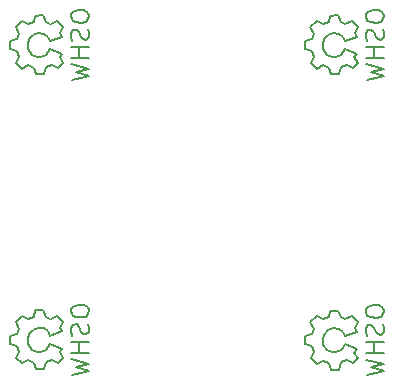
<source format=gbo>
G04 #@! TF.FileFunction,Legend,Bot*
%FSLAX46Y46*%
G04 Gerber Fmt 4.6, Leading zero omitted, Abs format (unit mm)*
G04 Created by KiCad (PCBNEW 0.201603210401+6634~43~ubuntu14.04.1-product) date mån 28 mar 2016 19:03:26*
%MOMM*%
G01*
G04 APERTURE LIST*
%ADD10C,0.100000*%
%ADD11C,0.150000*%
G04 APERTURE END LIST*
D10*
D11*
X115211860Y-144746980D02*
X116682520Y-145107660D01*
X116682520Y-145107660D02*
X115620800Y-145387060D01*
X115620800Y-145387060D02*
X116692680Y-145696940D01*
X116692680Y-145696940D02*
X115242340Y-146037300D01*
X115902740Y-143327120D02*
X115892580Y-144117060D01*
X115892580Y-144117060D02*
X115902740Y-144127220D01*
X115902740Y-144127220D02*
X115892580Y-144127220D01*
X115181380Y-144167860D02*
X116723160Y-144167860D01*
X115171220Y-143278860D02*
X116740940Y-143278860D01*
X116740940Y-143278860D02*
X116730780Y-143289020D01*
X115272820Y-142727680D02*
X115191540Y-142377160D01*
X115191540Y-142377160D02*
X115181380Y-142057120D01*
X115181380Y-142057120D02*
X115382040Y-141818360D01*
X115382040Y-141818360D02*
X115651280Y-141787880D01*
X115651280Y-141787880D02*
X115892580Y-142029180D01*
X115892580Y-142029180D02*
X116022120Y-142417800D01*
X116022120Y-142417800D02*
X116182140Y-142598140D01*
X116182140Y-142598140D02*
X116481860Y-142638780D01*
X116481860Y-142638780D02*
X116702840Y-142407640D01*
X116702840Y-142407640D02*
X116730780Y-142087600D01*
X116730780Y-142087600D02*
X116621560Y-141737080D01*
X115171220Y-140698220D02*
X115191540Y-140449300D01*
X115191540Y-140449300D02*
X115432840Y-140208000D01*
X115432840Y-140208000D02*
X115923060Y-140119100D01*
X115923060Y-140119100D02*
X116271040Y-140147040D01*
X116271040Y-140147040D02*
X116591080Y-140347700D01*
X116591080Y-140347700D02*
X116713000Y-140599160D01*
X116713000Y-140599160D02*
X116641880Y-140909040D01*
X116641880Y-140909040D02*
X116461540Y-141127480D01*
X116461540Y-141127480D02*
X116001800Y-141198600D01*
X116001800Y-141198600D02*
X115592860Y-141147800D01*
X115592860Y-141147800D02*
X115310920Y-141038580D01*
X115310920Y-141038580D02*
X115181380Y-140677900D01*
X113451640Y-141297660D02*
X114012980Y-141038580D01*
X114012980Y-141038580D02*
X114531140Y-141577060D01*
X114531140Y-141577060D02*
X114261900Y-142097760D01*
X114261900Y-142097760D02*
X114421920Y-142377160D01*
X114401600Y-143817340D02*
X114211100Y-144147540D01*
X114211100Y-144147540D02*
X114541300Y-144586960D01*
X114541300Y-144586960D02*
X114051080Y-145059400D01*
X114051080Y-145059400D02*
X113571020Y-144777460D01*
X113571020Y-144777460D02*
X113101120Y-144967960D01*
X113101120Y-144967960D02*
X112913160Y-145577560D01*
X112913160Y-145577560D02*
X112232440Y-145577560D01*
X112232440Y-145577560D02*
X112092740Y-145018760D01*
X112092740Y-145018760D02*
X111521240Y-144818100D01*
X111521240Y-144818100D02*
X111051340Y-145087340D01*
X111051340Y-145087340D02*
X110540800Y-144617440D01*
X110540800Y-144617440D02*
X110802420Y-144099280D01*
X110802420Y-144099280D02*
X110601760Y-143629380D01*
X110601760Y-143629380D02*
X110060740Y-143459200D01*
X110060740Y-143459200D02*
X110042960Y-142768320D01*
X110042960Y-142768320D02*
X110591600Y-142557500D01*
X110591600Y-142557500D02*
X110761780Y-142138400D01*
X110761780Y-142138400D02*
X110492540Y-141587220D01*
X110492540Y-141587220D02*
X111020860Y-141069060D01*
X111020860Y-141069060D02*
X111561880Y-141317980D01*
X111561880Y-141317980D02*
X112041940Y-141147800D01*
X112041940Y-141147800D02*
X112141000Y-140599160D01*
X112141000Y-140599160D02*
X112842040Y-140589000D01*
X112842040Y-140589000D02*
X113042700Y-141147800D01*
X113042700Y-141147800D02*
X113441480Y-141287500D01*
X113421160Y-143428720D02*
X113271300Y-143728440D01*
X113271300Y-143728440D02*
X113073180Y-143929100D01*
X113073180Y-143929100D02*
X112671860Y-144078960D01*
X112671860Y-144078960D02*
X112273080Y-144078960D01*
X112273080Y-144078960D02*
X111922560Y-143929100D01*
X111922560Y-143929100D02*
X111572040Y-143476980D01*
X111572040Y-143476980D02*
X111521240Y-143027400D01*
X111521240Y-143027400D02*
X111622840Y-142628620D01*
X111622840Y-142628620D02*
X111970820Y-142227300D01*
X111970820Y-142227300D02*
X112422940Y-142077440D01*
X112422940Y-142077440D02*
X112920780Y-142128240D01*
X112920780Y-142128240D02*
X113223040Y-142377160D01*
X113223040Y-142377160D02*
X113421160Y-142727680D01*
X113421160Y-142727680D02*
X114421920Y-142377160D01*
X113421160Y-143428720D02*
X114421920Y-143827500D01*
X140180060Y-144772380D02*
X141650720Y-145133060D01*
X141650720Y-145133060D02*
X140589000Y-145412460D01*
X140589000Y-145412460D02*
X141660880Y-145722340D01*
X141660880Y-145722340D02*
X140210540Y-146062700D01*
X140870940Y-143352520D02*
X140860780Y-144142460D01*
X140860780Y-144142460D02*
X140870940Y-144152620D01*
X140870940Y-144152620D02*
X140860780Y-144152620D01*
X140149580Y-144193260D02*
X141691360Y-144193260D01*
X140139420Y-143304260D02*
X141709140Y-143304260D01*
X141709140Y-143304260D02*
X141698980Y-143314420D01*
X140241020Y-142753080D02*
X140159740Y-142402560D01*
X140159740Y-142402560D02*
X140149580Y-142082520D01*
X140149580Y-142082520D02*
X140350240Y-141843760D01*
X140350240Y-141843760D02*
X140619480Y-141813280D01*
X140619480Y-141813280D02*
X140860780Y-142054580D01*
X140860780Y-142054580D02*
X140990320Y-142443200D01*
X140990320Y-142443200D02*
X141150340Y-142623540D01*
X141150340Y-142623540D02*
X141450060Y-142664180D01*
X141450060Y-142664180D02*
X141671040Y-142433040D01*
X141671040Y-142433040D02*
X141698980Y-142113000D01*
X141698980Y-142113000D02*
X141589760Y-141762480D01*
X140139420Y-140723620D02*
X140159740Y-140474700D01*
X140159740Y-140474700D02*
X140401040Y-140233400D01*
X140401040Y-140233400D02*
X140891260Y-140144500D01*
X140891260Y-140144500D02*
X141239240Y-140172440D01*
X141239240Y-140172440D02*
X141559280Y-140373100D01*
X141559280Y-140373100D02*
X141681200Y-140624560D01*
X141681200Y-140624560D02*
X141610080Y-140934440D01*
X141610080Y-140934440D02*
X141429740Y-141152880D01*
X141429740Y-141152880D02*
X140970000Y-141224000D01*
X140970000Y-141224000D02*
X140561060Y-141173200D01*
X140561060Y-141173200D02*
X140279120Y-141063980D01*
X140279120Y-141063980D02*
X140149580Y-140703300D01*
X138419840Y-141323060D02*
X138981180Y-141063980D01*
X138981180Y-141063980D02*
X139499340Y-141602460D01*
X139499340Y-141602460D02*
X139230100Y-142123160D01*
X139230100Y-142123160D02*
X139390120Y-142402560D01*
X139369800Y-143842740D02*
X139179300Y-144172940D01*
X139179300Y-144172940D02*
X139509500Y-144612360D01*
X139509500Y-144612360D02*
X139019280Y-145084800D01*
X139019280Y-145084800D02*
X138539220Y-144802860D01*
X138539220Y-144802860D02*
X138069320Y-144993360D01*
X138069320Y-144993360D02*
X137881360Y-145602960D01*
X137881360Y-145602960D02*
X137200640Y-145602960D01*
X137200640Y-145602960D02*
X137060940Y-145044160D01*
X137060940Y-145044160D02*
X136489440Y-144843500D01*
X136489440Y-144843500D02*
X136019540Y-145112740D01*
X136019540Y-145112740D02*
X135509000Y-144642840D01*
X135509000Y-144642840D02*
X135770620Y-144124680D01*
X135770620Y-144124680D02*
X135569960Y-143654780D01*
X135569960Y-143654780D02*
X135028940Y-143484600D01*
X135028940Y-143484600D02*
X135011160Y-142793720D01*
X135011160Y-142793720D02*
X135559800Y-142582900D01*
X135559800Y-142582900D02*
X135729980Y-142163800D01*
X135729980Y-142163800D02*
X135460740Y-141612620D01*
X135460740Y-141612620D02*
X135989060Y-141094460D01*
X135989060Y-141094460D02*
X136530080Y-141343380D01*
X136530080Y-141343380D02*
X137010140Y-141173200D01*
X137010140Y-141173200D02*
X137109200Y-140624560D01*
X137109200Y-140624560D02*
X137810240Y-140614400D01*
X137810240Y-140614400D02*
X138010900Y-141173200D01*
X138010900Y-141173200D02*
X138409680Y-141312900D01*
X138389360Y-143454120D02*
X138239500Y-143753840D01*
X138239500Y-143753840D02*
X138041380Y-143954500D01*
X138041380Y-143954500D02*
X137640060Y-144104360D01*
X137640060Y-144104360D02*
X137241280Y-144104360D01*
X137241280Y-144104360D02*
X136890760Y-143954500D01*
X136890760Y-143954500D02*
X136540240Y-143502380D01*
X136540240Y-143502380D02*
X136489440Y-143052800D01*
X136489440Y-143052800D02*
X136591040Y-142654020D01*
X136591040Y-142654020D02*
X136939020Y-142252700D01*
X136939020Y-142252700D02*
X137391140Y-142102840D01*
X137391140Y-142102840D02*
X137888980Y-142153640D01*
X137888980Y-142153640D02*
X138191240Y-142402560D01*
X138191240Y-142402560D02*
X138389360Y-142753080D01*
X138389360Y-142753080D02*
X139390120Y-142402560D01*
X138389360Y-143454120D02*
X139390120Y-143852900D01*
X140180060Y-119778780D02*
X141650720Y-120139460D01*
X141650720Y-120139460D02*
X140589000Y-120418860D01*
X140589000Y-120418860D02*
X141660880Y-120728740D01*
X141660880Y-120728740D02*
X140210540Y-121069100D01*
X140870940Y-118358920D02*
X140860780Y-119148860D01*
X140860780Y-119148860D02*
X140870940Y-119159020D01*
X140870940Y-119159020D02*
X140860780Y-119159020D01*
X140149580Y-119199660D02*
X141691360Y-119199660D01*
X140139420Y-118310660D02*
X141709140Y-118310660D01*
X141709140Y-118310660D02*
X141698980Y-118320820D01*
X140241020Y-117759480D02*
X140159740Y-117408960D01*
X140159740Y-117408960D02*
X140149580Y-117088920D01*
X140149580Y-117088920D02*
X140350240Y-116850160D01*
X140350240Y-116850160D02*
X140619480Y-116819680D01*
X140619480Y-116819680D02*
X140860780Y-117060980D01*
X140860780Y-117060980D02*
X140990320Y-117449600D01*
X140990320Y-117449600D02*
X141150340Y-117629940D01*
X141150340Y-117629940D02*
X141450060Y-117670580D01*
X141450060Y-117670580D02*
X141671040Y-117439440D01*
X141671040Y-117439440D02*
X141698980Y-117119400D01*
X141698980Y-117119400D02*
X141589760Y-116768880D01*
X140139420Y-115730020D02*
X140159740Y-115481100D01*
X140159740Y-115481100D02*
X140401040Y-115239800D01*
X140401040Y-115239800D02*
X140891260Y-115150900D01*
X140891260Y-115150900D02*
X141239240Y-115178840D01*
X141239240Y-115178840D02*
X141559280Y-115379500D01*
X141559280Y-115379500D02*
X141681200Y-115630960D01*
X141681200Y-115630960D02*
X141610080Y-115940840D01*
X141610080Y-115940840D02*
X141429740Y-116159280D01*
X141429740Y-116159280D02*
X140970000Y-116230400D01*
X140970000Y-116230400D02*
X140561060Y-116179600D01*
X140561060Y-116179600D02*
X140279120Y-116070380D01*
X140279120Y-116070380D02*
X140149580Y-115709700D01*
X138419840Y-116329460D02*
X138981180Y-116070380D01*
X138981180Y-116070380D02*
X139499340Y-116608860D01*
X139499340Y-116608860D02*
X139230100Y-117129560D01*
X139230100Y-117129560D02*
X139390120Y-117408960D01*
X139369800Y-118849140D02*
X139179300Y-119179340D01*
X139179300Y-119179340D02*
X139509500Y-119618760D01*
X139509500Y-119618760D02*
X139019280Y-120091200D01*
X139019280Y-120091200D02*
X138539220Y-119809260D01*
X138539220Y-119809260D02*
X138069320Y-119999760D01*
X138069320Y-119999760D02*
X137881360Y-120609360D01*
X137881360Y-120609360D02*
X137200640Y-120609360D01*
X137200640Y-120609360D02*
X137060940Y-120050560D01*
X137060940Y-120050560D02*
X136489440Y-119849900D01*
X136489440Y-119849900D02*
X136019540Y-120119140D01*
X136019540Y-120119140D02*
X135509000Y-119649240D01*
X135509000Y-119649240D02*
X135770620Y-119131080D01*
X135770620Y-119131080D02*
X135569960Y-118661180D01*
X135569960Y-118661180D02*
X135028940Y-118491000D01*
X135028940Y-118491000D02*
X135011160Y-117800120D01*
X135011160Y-117800120D02*
X135559800Y-117589300D01*
X135559800Y-117589300D02*
X135729980Y-117170200D01*
X135729980Y-117170200D02*
X135460740Y-116619020D01*
X135460740Y-116619020D02*
X135989060Y-116100860D01*
X135989060Y-116100860D02*
X136530080Y-116349780D01*
X136530080Y-116349780D02*
X137010140Y-116179600D01*
X137010140Y-116179600D02*
X137109200Y-115630960D01*
X137109200Y-115630960D02*
X137810240Y-115620800D01*
X137810240Y-115620800D02*
X138010900Y-116179600D01*
X138010900Y-116179600D02*
X138409680Y-116319300D01*
X138389360Y-118460520D02*
X138239500Y-118760240D01*
X138239500Y-118760240D02*
X138041380Y-118960900D01*
X138041380Y-118960900D02*
X137640060Y-119110760D01*
X137640060Y-119110760D02*
X137241280Y-119110760D01*
X137241280Y-119110760D02*
X136890760Y-118960900D01*
X136890760Y-118960900D02*
X136540240Y-118508780D01*
X136540240Y-118508780D02*
X136489440Y-118059200D01*
X136489440Y-118059200D02*
X136591040Y-117660420D01*
X136591040Y-117660420D02*
X136939020Y-117259100D01*
X136939020Y-117259100D02*
X137391140Y-117109240D01*
X137391140Y-117109240D02*
X137888980Y-117160040D01*
X137888980Y-117160040D02*
X138191240Y-117408960D01*
X138191240Y-117408960D02*
X138389360Y-117759480D01*
X138389360Y-117759480D02*
X139390120Y-117408960D01*
X138389360Y-118460520D02*
X139390120Y-118859300D01*
X115211860Y-119778780D02*
X116682520Y-120139460D01*
X116682520Y-120139460D02*
X115620800Y-120418860D01*
X115620800Y-120418860D02*
X116692680Y-120728740D01*
X116692680Y-120728740D02*
X115242340Y-121069100D01*
X115902740Y-118358920D02*
X115892580Y-119148860D01*
X115892580Y-119148860D02*
X115902740Y-119159020D01*
X115902740Y-119159020D02*
X115892580Y-119159020D01*
X115181380Y-119199660D02*
X116723160Y-119199660D01*
X115171220Y-118310660D02*
X116740940Y-118310660D01*
X116740940Y-118310660D02*
X116730780Y-118320820D01*
X115272820Y-117759480D02*
X115191540Y-117408960D01*
X115191540Y-117408960D02*
X115181380Y-117088920D01*
X115181380Y-117088920D02*
X115382040Y-116850160D01*
X115382040Y-116850160D02*
X115651280Y-116819680D01*
X115651280Y-116819680D02*
X115892580Y-117060980D01*
X115892580Y-117060980D02*
X116022120Y-117449600D01*
X116022120Y-117449600D02*
X116182140Y-117629940D01*
X116182140Y-117629940D02*
X116481860Y-117670580D01*
X116481860Y-117670580D02*
X116702840Y-117439440D01*
X116702840Y-117439440D02*
X116730780Y-117119400D01*
X116730780Y-117119400D02*
X116621560Y-116768880D01*
X115171220Y-115730020D02*
X115191540Y-115481100D01*
X115191540Y-115481100D02*
X115432840Y-115239800D01*
X115432840Y-115239800D02*
X115923060Y-115150900D01*
X115923060Y-115150900D02*
X116271040Y-115178840D01*
X116271040Y-115178840D02*
X116591080Y-115379500D01*
X116591080Y-115379500D02*
X116713000Y-115630960D01*
X116713000Y-115630960D02*
X116641880Y-115940840D01*
X116641880Y-115940840D02*
X116461540Y-116159280D01*
X116461540Y-116159280D02*
X116001800Y-116230400D01*
X116001800Y-116230400D02*
X115592860Y-116179600D01*
X115592860Y-116179600D02*
X115310920Y-116070380D01*
X115310920Y-116070380D02*
X115181380Y-115709700D01*
X113451640Y-116329460D02*
X114012980Y-116070380D01*
X114012980Y-116070380D02*
X114531140Y-116608860D01*
X114531140Y-116608860D02*
X114261900Y-117129560D01*
X114261900Y-117129560D02*
X114421920Y-117408960D01*
X114401600Y-118849140D02*
X114211100Y-119179340D01*
X114211100Y-119179340D02*
X114541300Y-119618760D01*
X114541300Y-119618760D02*
X114051080Y-120091200D01*
X114051080Y-120091200D02*
X113571020Y-119809260D01*
X113571020Y-119809260D02*
X113101120Y-119999760D01*
X113101120Y-119999760D02*
X112913160Y-120609360D01*
X112913160Y-120609360D02*
X112232440Y-120609360D01*
X112232440Y-120609360D02*
X112092740Y-120050560D01*
X112092740Y-120050560D02*
X111521240Y-119849900D01*
X111521240Y-119849900D02*
X111051340Y-120119140D01*
X111051340Y-120119140D02*
X110540800Y-119649240D01*
X110540800Y-119649240D02*
X110802420Y-119131080D01*
X110802420Y-119131080D02*
X110601760Y-118661180D01*
X110601760Y-118661180D02*
X110060740Y-118491000D01*
X110060740Y-118491000D02*
X110042960Y-117800120D01*
X110042960Y-117800120D02*
X110591600Y-117589300D01*
X110591600Y-117589300D02*
X110761780Y-117170200D01*
X110761780Y-117170200D02*
X110492540Y-116619020D01*
X110492540Y-116619020D02*
X111020860Y-116100860D01*
X111020860Y-116100860D02*
X111561880Y-116349780D01*
X111561880Y-116349780D02*
X112041940Y-116179600D01*
X112041940Y-116179600D02*
X112141000Y-115630960D01*
X112141000Y-115630960D02*
X112842040Y-115620800D01*
X112842040Y-115620800D02*
X113042700Y-116179600D01*
X113042700Y-116179600D02*
X113441480Y-116319300D01*
X113421160Y-118460520D02*
X113271300Y-118760240D01*
X113271300Y-118760240D02*
X113073180Y-118960900D01*
X113073180Y-118960900D02*
X112671860Y-119110760D01*
X112671860Y-119110760D02*
X112273080Y-119110760D01*
X112273080Y-119110760D02*
X111922560Y-118960900D01*
X111922560Y-118960900D02*
X111572040Y-118508780D01*
X111572040Y-118508780D02*
X111521240Y-118059200D01*
X111521240Y-118059200D02*
X111622840Y-117660420D01*
X111622840Y-117660420D02*
X111970820Y-117259100D01*
X111970820Y-117259100D02*
X112422940Y-117109240D01*
X112422940Y-117109240D02*
X112920780Y-117160040D01*
X112920780Y-117160040D02*
X113223040Y-117408960D01*
X113223040Y-117408960D02*
X113421160Y-117759480D01*
X113421160Y-117759480D02*
X114421920Y-117408960D01*
X113421160Y-118460520D02*
X114421920Y-118859300D01*
M02*

</source>
